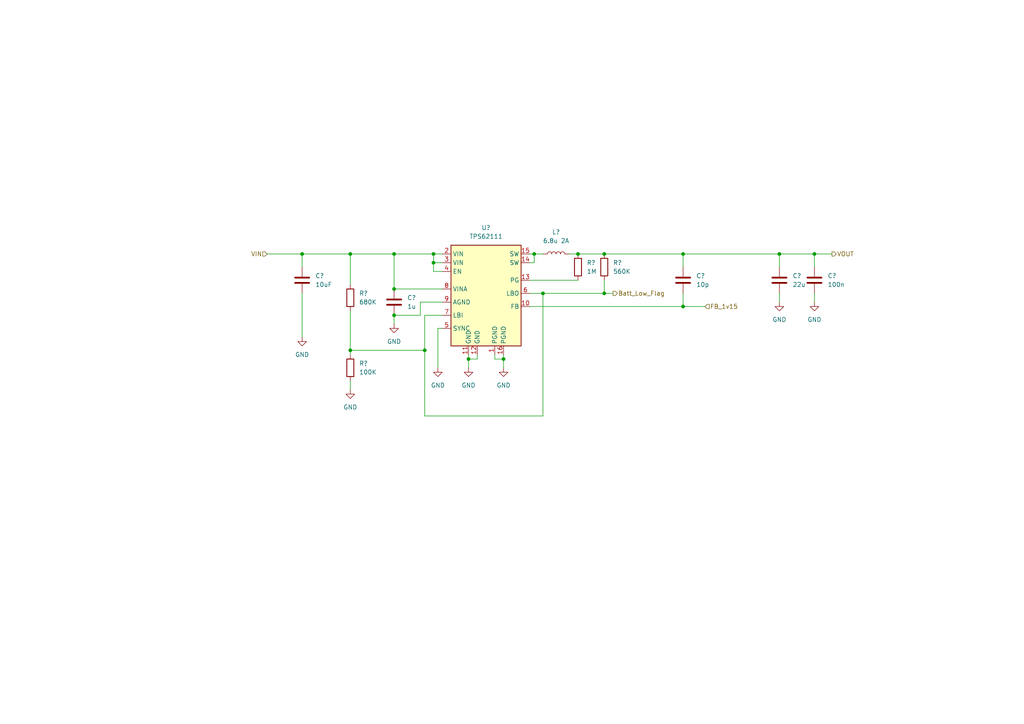
<source format=kicad_sch>
(kicad_sch (version 20211123) (generator eeschema)
  (paper "A4")
  (lib_symbols
    (symbol "Custom_Components:TPS62110"
      (property "Reference" "U" (at 0 2.54 0))
      (property "Value" "TPS62110" (at 0 0 0))
      (symbol "TPS62110_0_1"
        (rectangle (start -10.16 13.97) (end 10.16 -15.24) (stroke (width 0.254)) (fill (type background)))
      )
      (symbol "TPS62110_1_1"
        (pin power_in line (at 2.54 -17.78 90) (length 2.54) (name "PGND") (number "1"))
        (pin input line (at 12.7 -3.81 180) (length 2.54) (name "FB") (number "10"))
        (pin power_in line (at -5.08 -17.78 90) (length 2.54) (name "GND") (number "11"))
        (pin power_in line (at -2.54 -17.78 90) (length 2.54) (name "GND") (number "12"))
        (pin output line (at 12.7 3.81 180) (length 2.54) (name "PG") (number "13"))
        (pin power_out line (at 12.7 8.89 180) (length 2.54) (name "SW") (number "14"))
        (pin power_out line (at 12.7 11.43 180) (length 2.54) (name "SW") (number "15"))
        (pin power_in line (at 5.08 -17.78 90) (length 2.54) (name "PGND") (number "16"))
        (pin power_in line (at -12.7 11.43 0) (length 2.54) (name "VIN") (number "2"))
        (pin power_in line (at -12.7 8.89 0) (length 2.54) (name "VIN") (number "3"))
        (pin input line (at -12.7 6.35 0) (length 2.54) (name "EN") (number "4"))
        (pin input line (at -12.7 -10.16 0) (length 2.54) (name "SYNC") (number "5"))
        (pin output line (at 12.7 0 180) (length 2.54) (name "LBO") (number "6"))
        (pin input line (at -12.7 -6.35 0) (length 2.54) (name "LBI") (number "7"))
        (pin input line (at -12.7 1.27 0) (length 2.54) (name "VINA") (number "8"))
        (pin power_in line (at -12.7 -2.54 0) (length 2.54) (name "AGND") (number "9"))
      )
    )
    (symbol "Device:C" (pin_numbers hide) (pin_names (offset 0.254))
      (property "Reference" "C" (at 0.635 2.54 0))
      (property "Value" "C" (at 0.635 -2.54 0))
      (symbol "C_0_1"
        (polyline (pts (xy -2.032 -0.762) (xy 2.032 -0.762)) (stroke (width 0.508)))
        (polyline (pts (xy -2.032 0.762) (xy 2.032 0.762)) (stroke (width 0.508)))
      )
      (symbol "C_1_1"
        (pin passive line (at 0 3.81 270) (length 2.794) (name "~") (number "1"))
        (pin passive line (at 0 -3.81 90) (length 2.794) (name "~") (number "2"))
      )
    )
    (symbol "Device:L" (pin_numbers hide) (pin_names (offset 1.016) hide)
      (property "Reference" "L" (at -1.27 0 90))
      (property "Value" "L" (at 1.905 0 90))
      (symbol "L_0_1"
        (arc (start 0 -2.54) (mid 0.635 -1.905) (end 0 -1.27))
        (arc (start 0 -1.27) (mid 0.635 -0.635) (end 0 0))
        (arc (start 0 0) (mid 0.635 0.635) (end 0 1.27))
        (arc (start 0 1.27) (mid 0.635 1.905) (end 0 2.54))
      )
      (symbol "L_1_1"
        (pin passive line (at 0 3.81 270) (length 1.27) (name "1") (number "1"))
        (pin passive line (at 0 -3.81 90) (length 1.27) (name "2") (number "2"))
      )
    )
    (symbol "Device:R" (pin_numbers hide) (pin_names (offset 0))
      (property "Reference" "R" (at 2.032 0 90))
      (property "Value" "R" (at 0 0 90))
      (symbol "R_0_1"
        (rectangle (start -1.016 -2.54) (end 1.016 2.54) (stroke (width 0.254)))
      )
      (symbol "R_1_1"
        (pin passive line (at 0 3.81 270) (length 1.27) (name "~") (number "1"))
        (pin passive line (at 0 -3.81 90) (length 1.27) (name "~") (number "2"))
      )
    )
    (symbol "power:GND" (power) (pin_names (offset 0))
      (property "Value" "GND" (at 0 -3.81 0))
      (symbol "GND_0_1"
        (polyline (pts (xy 0 0) (xy 0 -1.27) (xy 1.27 -1.27) (xy 0 -2.54) (xy -1.27 -1.27) (xy 0 -1.27)))
      )
      (symbol "GND_1_1"
        (pin power_in line (at 0 0 270) (length 0) hide (name "GND") (number "1"))
      )
    )
  )
  (junction (at 125.73 76.2))
  (junction (at 125.73 73.66))
  (junction (at 167.64 73.66))
  (junction (at 198.12 88.9))
  (junction (at 114.3 73.66))
  (junction (at 154.94 73.66))
  (junction (at 123.19 101.6))
  (junction (at 114.3 91.44))
  (junction (at 175.26 73.66))
  (junction (at 101.6 101.6))
  (junction (at 101.6 73.66))
  (junction (at 114.3 83.82))
  (junction (at 87.63 73.66))
  (junction (at 157.48 85.09))
  (junction (at 175.26 85.09))
  (junction (at 146.05 104.14))
  (junction (at 135.89 104.14))
  (junction (at 236.22 73.66))
  (junction (at 198.12 73.66))
  (junction (at 226.06 73.66))
  (wire (pts (xy 114.3 91.44) (xy 114.3 93.98)))
  (wire (pts (xy 157.48 120.65) (xy 157.48 85.09)))
  (wire (pts (xy 198.12 73.66) (xy 198.12 77.47)))
  (wire (pts (xy 101.6 101.6) (xy 123.19 101.6)))
  (wire (pts (xy 175.26 85.09) (xy 177.8 85.09)))
  (wire (pts (xy 167.64 73.66) (xy 165.1 73.66)))
  (wire (pts (xy 138.43 104.14) (xy 135.89 104.14)))
  (wire (pts (xy 175.26 73.66) (xy 167.64 73.66)))
  (wire (pts (xy 153.67 88.9) (xy 198.12 88.9)))
  (wire (pts (xy 125.73 76.2) (xy 128.27 76.2)))
  (wire (pts (xy 128.27 73.66) (xy 125.73 73.66)))
  (wire (pts (xy 87.63 85.09) (xy 87.63 97.79)))
  (wire (pts (xy 114.3 83.82) (xy 128.27 83.82)))
  (wire (pts (xy 226.06 87.63) (xy 226.06 85.09)))
  (wire (pts (xy 154.94 76.2) (xy 154.94 73.66)))
  (wire (pts (xy 87.63 77.47) (xy 87.63 73.66)))
  (wire (pts (xy 127 95.25) (xy 127 106.68)))
  (wire (pts (xy 128.27 91.44) (xy 123.19 91.44)))
  (wire (pts (xy 114.3 73.66) (xy 125.73 73.66)))
  (wire (pts (xy 236.22 77.47) (xy 236.22 73.66)))
  (wire (pts (xy 101.6 113.03) (xy 101.6 110.49)))
  (wire (pts (xy 101.6 90.17) (xy 101.6 101.6)))
  (wire (pts (xy 226.06 73.66) (xy 198.12 73.66)))
  (wire (pts (xy 226.06 77.47) (xy 226.06 73.66)))
  (wire (pts (xy 157.48 85.09) (xy 175.26 85.09)))
  (wire (pts (xy 143.51 102.87) (xy 143.51 104.14)))
  (wire (pts (xy 153.67 81.28) (xy 167.64 81.28)))
  (wire (pts (xy 101.6 101.6) (xy 101.6 102.87)))
  (wire (pts (xy 125.73 73.66) (xy 125.73 76.2)))
  (wire (pts (xy 123.19 101.6) (xy 123.19 120.65)))
  (wire (pts (xy 87.63 73.66) (xy 101.6 73.66)))
  (wire (pts (xy 138.43 102.87) (xy 138.43 104.14)))
  (wire (pts (xy 123.19 120.65) (xy 157.48 120.65)))
  (wire (pts (xy 146.05 104.14) (xy 146.05 106.68)))
  (wire (pts (xy 127 95.25) (xy 128.27 95.25)))
  (wire (pts (xy 128.27 87.63) (xy 121.92 87.63)))
  (wire (pts (xy 101.6 73.66) (xy 114.3 73.66)))
  (wire (pts (xy 123.19 91.44) (xy 123.19 101.6)))
  (wire (pts (xy 157.48 85.09) (xy 153.67 85.09)))
  (wire (pts (xy 153.67 76.2) (xy 154.94 76.2)))
  (wire (pts (xy 135.89 104.14) (xy 135.89 106.68)))
  (wire (pts (xy 236.22 87.63) (xy 236.22 85.09)))
  (wire (pts (xy 121.92 87.63) (xy 121.92 91.44)))
  (wire (pts (xy 175.26 81.28) (xy 175.26 85.09)))
  (wire (pts (xy 241.3 73.66) (xy 236.22 73.66)))
  (wire (pts (xy 154.94 73.66) (xy 157.48 73.66)))
  (wire (pts (xy 236.22 73.66) (xy 226.06 73.66)))
  (wire (pts (xy 198.12 73.66) (xy 175.26 73.66)))
  (wire (pts (xy 153.67 73.66) (xy 154.94 73.66)))
  (wire (pts (xy 101.6 82.55) (xy 101.6 73.66)))
  (wire (pts (xy 146.05 104.14) (xy 146.05 102.87)))
  (wire (pts (xy 143.51 104.14) (xy 146.05 104.14)))
  (wire (pts (xy 198.12 88.9) (xy 204.47 88.9)))
  (wire (pts (xy 114.3 73.66) (xy 114.3 83.82)))
  (wire (pts (xy 135.89 102.87) (xy 135.89 104.14)))
  (wire (pts (xy 77.47 73.66) (xy 87.63 73.66)))
  (wire (pts (xy 125.73 78.74) (xy 125.73 76.2)))
  (wire (pts (xy 121.92 91.44) (xy 114.3 91.44)))
  (wire (pts (xy 198.12 85.09) (xy 198.12 88.9)))
  (wire (pts (xy 128.27 78.74) (xy 125.73 78.74)))
  (hierarchical_label "FB_1v15" (shape input) (at 204.47 88.9 0))
  (hierarchical_label "Batt_Low_Flag" (shape output) (at 177.8 85.09 0))
  (hierarchical_label "VIN" (shape input) (at 77.47 73.66 180))
  (hierarchical_label "VOUT" (shape output) (at 241.3 73.66 0))
  (symbol (lib_id "Device:C") (at 236.22 81.28 0) (unit 1)
    (property "Reference" "C?" (at 240.03 80.0099 0) (effects (justify left)))
    (property "Value" "100n" (at 240.03 82.5499 0) (effects (justify left)))
    (property "Footprint" "Capacitor_SMD:C_0805_2012Metric" (effects hide))
  )
  (symbol (lib_id "power:GND") (at 236.22 87.63 0) (unit 1)
    (property "Reference" "#PWR?" (effects hide))
    (property "Value" "GND" (at 236.22 92.71 0))
  )
  (symbol (lib_id "power:GND") (at 87.63 97.79 0) (unit 1)
    (property "Reference" "#PWR?" (effects hide))
    (property "Value" "GND" (at 87.63 102.87 0))
  )
  (symbol (lib_id "Device:C") (at 114.3 87.63 0) (unit 1)
    (property "Reference" "C?" (at 118.11 86.3599 0) (effects (justify left)))
    (property "Value" "1u" (at 118.11 88.8999 0) (effects (justify left)))
    (property "Footprint" "Capacitor_SMD:C_0805_2012Metric" (effects hide))
  )
  (symbol (lib_id "Device:R") (at 167.64 77.47 0) (unit 1)
    (property "Reference" "R?" (at 170.18 76.1999 0) (effects (justify left)))
    (property "Value" "1M" (at 170.18 78.7399 0) (effects (justify left)))
    (property "Footprint" "Resistor_SMD:R_1206_3216Metric" (effects hide))
  )
  (symbol (lib_id "power:GND") (at 101.6 113.03 0) (unit 1)
    (property "Reference" "#PWR?" (effects hide))
    (property "Value" "GND" (at 101.6 118.11 0))
  )
  (symbol (lib_id "power:GND") (at 146.05 106.68 0) (unit 1)
    (property "Reference" "#PWR?" (effects hide))
    (property "Value" "GND" (at 146.05 111.76 0))
  )
  (symbol (lib_id "Device:R") (at 175.26 77.47 0) (unit 1)
    (property "Reference" "R?" (at 177.8 76.1999 0) (effects (justify left)))
    (property "Value" "560K" (at 177.8 78.7399 0) (effects (justify left)))
    (property "Footprint" "Resistor_SMD:R_1206_3216Metric" (effects hide))
  )
  (symbol (lib_id "Device:C") (at 87.63 81.28 0) (unit 1)
    (property "Reference" "C?" (at 91.44 80.0099 0) (effects (justify left)))
    (property "Value" "10uF" (at 91.44 82.5499 0) (effects (justify left)))
    (property "Footprint" "Capacitor_SMD:C_0805_2012Metric" (effects hide))
  )
  (symbol (lib_id "Device:C") (at 198.12 81.28 0) (unit 1)
    (property "Reference" "C?" (at 201.93 80.0099 0) (effects (justify left)))
    (property "Value" "10p" (at 201.93 82.5499 0) (effects (justify left)))
    (property "Footprint" "Capacitor_SMD:C_0805_2012Metric" (effects hide))
  )
  (symbol (lib_id "power:GND") (at 114.3 93.98 0) (unit 1)
    (property "Reference" "#PWR?" (effects hide))
    (property "Value" "GND" (at 114.3 99.06 0))
  )
  (symbol (lib_id "Device:L") (at 161.29 73.66 90) (unit 1)
    (property "Reference" "L?" (at 161.29 67.31 90))
    (property "Value" "6.8u 2A" (at 161.29 69.85 90))
    (property "Footprint" "Inductor_SMD:L_Bourns_SRN6045TA" (effects hide))
  )
  (symbol (lib_id "Device:R") (at 101.6 86.36 0) (unit 1)
    (property "Reference" "R?" (at 104.14 85.0899 0) (effects (justify left)))
    (property "Value" "680K" (at 104.14 87.6299 0) (effects (justify left)))
    (property "Footprint" "Resistor_SMD:R_1206_3216Metric" (effects hide))
  )
  (symbol (lib_id "power:GND") (at 135.89 106.68 0) (unit 1)
    (property "Reference" "#PWR?" (effects hide))
    (property "Value" "GND" (at 135.89 111.76 0))
  )
  (symbol (lib_id "Device:R") (at 101.6 106.68 0) (unit 1)
    (property "Reference" "R?" (at 104.14 105.4099 0) (effects (justify left)))
    (property "Value" "100K" (at 104.14 107.9499 0) (effects (justify left)))
    (property "Footprint" "Resistor_SMD:R_1206_3216Metric" (effects hide))
  )
  (symbol (lib_id "Custom_Components:TPS62110") (at 140.97 85.09 0) (unit 1)
    (property "Reference" "U?" (at 140.97 66.04 0))
    (property "Value" "TPS62111" (at 140.97 68.58 0))
    (property "Footprint" "Package_DFN_QFN:HVQFN-16-1EP_3x3mm_P0.5mm_EP1.5x1.5mm" (effects hide))
  )
  (symbol (lib_id "power:GND") (at 226.06 87.63 0) (unit 1)
    (property "Reference" "#PWR?" (effects hide))
    (property "Value" "GND" (at 226.06 92.71 0))
  )
  (symbol (lib_id "Device:C") (at 226.06 81.28 0) (unit 1)
    (property "Reference" "C?" (at 229.87 80.0099 0) (effects (justify left)))
    (property "Value" "22u" (at 229.87 82.5499 0) (effects (justify left)))
    (property "Footprint" "Capacitor_SMD:C_0805_2012Metric" (effects hide))
  )
  (symbol (lib_id "power:GND") (at 127 106.68 0) (unit 1)
    (property "Reference" "#PWR?" (effects hide))
    (property "Value" "GND" (at 127 111.76 0))
  )
)
</source>
